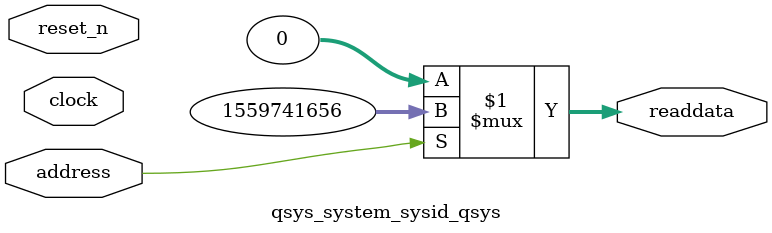
<source format=v>



// synthesis translate_off
`timescale 1ns / 1ps
// synthesis translate_on

// turn off superfluous verilog processor warnings 
// altera message_level Level1 
// altera message_off 10034 10035 10036 10037 10230 10240 10030 

module qsys_system_sysid_qsys (
               // inputs:
                address,
                clock,
                reset_n,

               // outputs:
                readdata
             )
;

  output  [ 31: 0] readdata;
  input            address;
  input            clock;
  input            reset_n;

  wire    [ 31: 0] readdata;
  //control_slave, which is an e_avalon_slave
  assign readdata = address ? 1559741656 : 0;

endmodule



</source>
